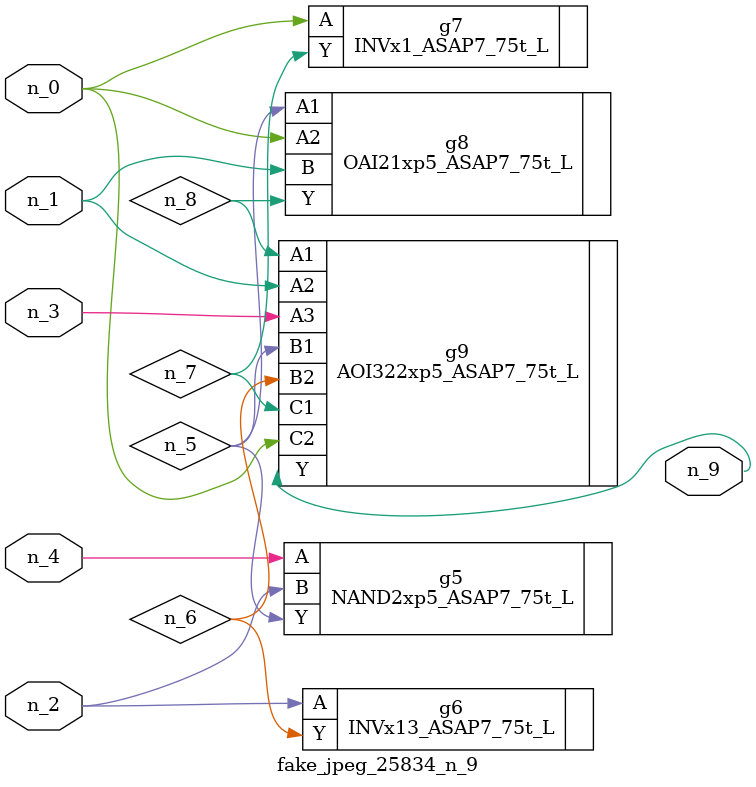
<source format=v>
module fake_jpeg_25834_n_9 (n_3, n_2, n_1, n_0, n_4, n_9);

input n_3;
input n_2;
input n_1;
input n_0;
input n_4;

output n_9;

wire n_8;
wire n_6;
wire n_5;
wire n_7;

NAND2xp5_ASAP7_75t_L g5 ( 
.A(n_4),
.B(n_2),
.Y(n_5)
);

INVx13_ASAP7_75t_L g6 ( 
.A(n_2),
.Y(n_6)
);

INVx1_ASAP7_75t_L g7 ( 
.A(n_0),
.Y(n_7)
);

OAI21xp5_ASAP7_75t_L g8 ( 
.A1(n_5),
.A2(n_0),
.B(n_1),
.Y(n_8)
);

AOI322xp5_ASAP7_75t_L g9 ( 
.A1(n_8),
.A2(n_1),
.A3(n_3),
.B1(n_5),
.B2(n_6),
.C1(n_7),
.C2(n_0),
.Y(n_9)
);


endmodule
</source>
